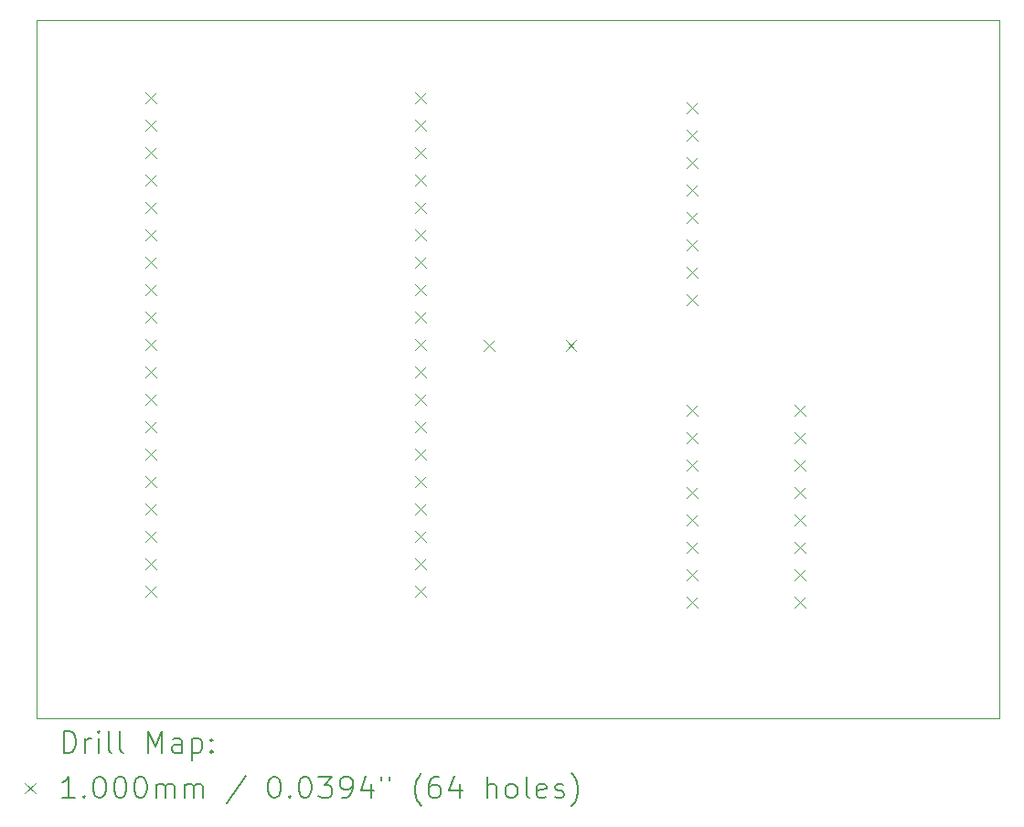
<source format=gbr>
%TF.GenerationSoftware,KiCad,Pcbnew,(6.0.7)*%
%TF.CreationDate,2022-12-05T15:03:54-06:00*%
%TF.ProjectId,oxPSB,6f785053-422e-46b6-9963-61645f706362,rev?*%
%TF.SameCoordinates,Original*%
%TF.FileFunction,Drillmap*%
%TF.FilePolarity,Positive*%
%FSLAX45Y45*%
G04 Gerber Fmt 4.5, Leading zero omitted, Abs format (unit mm)*
G04 Created by KiCad (PCBNEW (6.0.7)) date 2022-12-05 15:03:54*
%MOMM*%
%LPD*%
G01*
G04 APERTURE LIST*
%ADD10C,0.100000*%
%ADD11C,0.200000*%
G04 APERTURE END LIST*
D10*
X3040380Y-4381500D02*
X11958320Y-4381500D01*
X11958320Y-4381500D02*
X11958320Y-10850880D01*
X11958320Y-10850880D02*
X3040380Y-10850880D01*
X3040380Y-10850880D02*
X3040380Y-4381500D01*
D11*
D10*
X4050000Y-5050000D02*
X4150000Y-5150000D01*
X4150000Y-5050000D02*
X4050000Y-5150000D01*
X4050000Y-5304000D02*
X4150000Y-5404000D01*
X4150000Y-5304000D02*
X4050000Y-5404000D01*
X4050000Y-5558000D02*
X4150000Y-5658000D01*
X4150000Y-5558000D02*
X4050000Y-5658000D01*
X4050000Y-5812000D02*
X4150000Y-5912000D01*
X4150000Y-5812000D02*
X4050000Y-5912000D01*
X4050000Y-6066000D02*
X4150000Y-6166000D01*
X4150000Y-6066000D02*
X4050000Y-6166000D01*
X4050000Y-6320000D02*
X4150000Y-6420000D01*
X4150000Y-6320000D02*
X4050000Y-6420000D01*
X4050000Y-6574000D02*
X4150000Y-6674000D01*
X4150000Y-6574000D02*
X4050000Y-6674000D01*
X4050000Y-6828000D02*
X4150000Y-6928000D01*
X4150000Y-6828000D02*
X4050000Y-6928000D01*
X4050000Y-7082000D02*
X4150000Y-7182000D01*
X4150000Y-7082000D02*
X4050000Y-7182000D01*
X4050000Y-7336000D02*
X4150000Y-7436000D01*
X4150000Y-7336000D02*
X4050000Y-7436000D01*
X4050000Y-7590000D02*
X4150000Y-7690000D01*
X4150000Y-7590000D02*
X4050000Y-7690000D01*
X4050000Y-7844000D02*
X4150000Y-7944000D01*
X4150000Y-7844000D02*
X4050000Y-7944000D01*
X4050000Y-8098000D02*
X4150000Y-8198000D01*
X4150000Y-8098000D02*
X4050000Y-8198000D01*
X4050000Y-8352000D02*
X4150000Y-8452000D01*
X4150000Y-8352000D02*
X4050000Y-8452000D01*
X4050000Y-8606000D02*
X4150000Y-8706000D01*
X4150000Y-8606000D02*
X4050000Y-8706000D01*
X4050000Y-8860000D02*
X4150000Y-8960000D01*
X4150000Y-8860000D02*
X4050000Y-8960000D01*
X4050000Y-9114000D02*
X4150000Y-9214000D01*
X4150000Y-9114000D02*
X4050000Y-9214000D01*
X4050000Y-9368000D02*
X4150000Y-9468000D01*
X4150000Y-9368000D02*
X4050000Y-9468000D01*
X4050000Y-9622000D02*
X4150000Y-9722000D01*
X4150000Y-9622000D02*
X4050000Y-9722000D01*
X6550000Y-5050000D02*
X6650000Y-5150000D01*
X6650000Y-5050000D02*
X6550000Y-5150000D01*
X6550000Y-5304000D02*
X6650000Y-5404000D01*
X6650000Y-5304000D02*
X6550000Y-5404000D01*
X6550000Y-5558000D02*
X6650000Y-5658000D01*
X6650000Y-5558000D02*
X6550000Y-5658000D01*
X6550000Y-5812000D02*
X6650000Y-5912000D01*
X6650000Y-5812000D02*
X6550000Y-5912000D01*
X6550000Y-6066000D02*
X6650000Y-6166000D01*
X6650000Y-6066000D02*
X6550000Y-6166000D01*
X6550000Y-6320000D02*
X6650000Y-6420000D01*
X6650000Y-6320000D02*
X6550000Y-6420000D01*
X6550000Y-6574000D02*
X6650000Y-6674000D01*
X6650000Y-6574000D02*
X6550000Y-6674000D01*
X6550000Y-6828000D02*
X6650000Y-6928000D01*
X6650000Y-6828000D02*
X6550000Y-6928000D01*
X6550000Y-7082000D02*
X6650000Y-7182000D01*
X6650000Y-7082000D02*
X6550000Y-7182000D01*
X6550000Y-7336000D02*
X6650000Y-7436000D01*
X6650000Y-7336000D02*
X6550000Y-7436000D01*
X6550000Y-7590000D02*
X6650000Y-7690000D01*
X6650000Y-7590000D02*
X6550000Y-7690000D01*
X6550000Y-7844000D02*
X6650000Y-7944000D01*
X6650000Y-7844000D02*
X6550000Y-7944000D01*
X6550000Y-8098000D02*
X6650000Y-8198000D01*
X6650000Y-8098000D02*
X6550000Y-8198000D01*
X6550000Y-8352000D02*
X6650000Y-8452000D01*
X6650000Y-8352000D02*
X6550000Y-8452000D01*
X6550000Y-8606000D02*
X6650000Y-8706000D01*
X6650000Y-8606000D02*
X6550000Y-8706000D01*
X6550000Y-8860000D02*
X6650000Y-8960000D01*
X6650000Y-8860000D02*
X6550000Y-8960000D01*
X6550000Y-9114000D02*
X6650000Y-9214000D01*
X6650000Y-9114000D02*
X6550000Y-9214000D01*
X6550000Y-9368000D02*
X6650000Y-9468000D01*
X6650000Y-9368000D02*
X6550000Y-9468000D01*
X6550000Y-9622000D02*
X6650000Y-9722000D01*
X6650000Y-9622000D02*
X6550000Y-9722000D01*
X7182380Y-7346480D02*
X7282380Y-7446480D01*
X7282380Y-7346480D02*
X7182380Y-7446480D01*
X7942380Y-7346480D02*
X8042380Y-7446480D01*
X8042380Y-7346480D02*
X7942380Y-7446480D01*
X9060980Y-5141760D02*
X9160980Y-5241760D01*
X9160980Y-5141760D02*
X9060980Y-5241760D01*
X9060980Y-5395760D02*
X9160980Y-5495760D01*
X9160980Y-5395760D02*
X9060980Y-5495760D01*
X9060980Y-5649760D02*
X9160980Y-5749760D01*
X9160980Y-5649760D02*
X9060980Y-5749760D01*
X9060980Y-5903760D02*
X9160980Y-6003760D01*
X9160980Y-5903760D02*
X9060980Y-6003760D01*
X9060980Y-6157760D02*
X9160980Y-6257760D01*
X9160980Y-6157760D02*
X9060980Y-6257760D01*
X9060980Y-6411760D02*
X9160980Y-6511760D01*
X9160980Y-6411760D02*
X9060980Y-6511760D01*
X9060980Y-6665760D02*
X9160980Y-6765760D01*
X9160980Y-6665760D02*
X9060980Y-6765760D01*
X9060980Y-6919760D02*
X9160980Y-7019760D01*
X9160980Y-6919760D02*
X9060980Y-7019760D01*
X9060980Y-7941760D02*
X9160980Y-8041760D01*
X9160980Y-7941760D02*
X9060980Y-8041760D01*
X9060980Y-8195760D02*
X9160980Y-8295760D01*
X9160980Y-8195760D02*
X9060980Y-8295760D01*
X9060980Y-8449760D02*
X9160980Y-8549760D01*
X9160980Y-8449760D02*
X9060980Y-8549760D01*
X9060980Y-8703760D02*
X9160980Y-8803760D01*
X9160980Y-8703760D02*
X9060980Y-8803760D01*
X9060980Y-8957760D02*
X9160980Y-9057760D01*
X9160980Y-8957760D02*
X9060980Y-9057760D01*
X9060980Y-9211760D02*
X9160980Y-9311760D01*
X9160980Y-9211760D02*
X9060980Y-9311760D01*
X9060980Y-9465760D02*
X9160980Y-9565760D01*
X9160980Y-9465760D02*
X9060980Y-9565760D01*
X9060980Y-9719760D02*
X9160980Y-9819760D01*
X9160980Y-9719760D02*
X9060980Y-9819760D01*
X10060980Y-7941760D02*
X10160980Y-8041760D01*
X10160980Y-7941760D02*
X10060980Y-8041760D01*
X10060980Y-8195760D02*
X10160980Y-8295760D01*
X10160980Y-8195760D02*
X10060980Y-8295760D01*
X10060980Y-8449760D02*
X10160980Y-8549760D01*
X10160980Y-8449760D02*
X10060980Y-8549760D01*
X10060980Y-8703760D02*
X10160980Y-8803760D01*
X10160980Y-8703760D02*
X10060980Y-8803760D01*
X10060980Y-8957760D02*
X10160980Y-9057760D01*
X10160980Y-8957760D02*
X10060980Y-9057760D01*
X10060980Y-9211760D02*
X10160980Y-9311760D01*
X10160980Y-9211760D02*
X10060980Y-9311760D01*
X10060980Y-9465760D02*
X10160980Y-9565760D01*
X10160980Y-9465760D02*
X10060980Y-9565760D01*
X10060980Y-9719760D02*
X10160980Y-9819760D01*
X10160980Y-9719760D02*
X10060980Y-9819760D01*
D11*
X3292999Y-11166356D02*
X3292999Y-10966356D01*
X3340618Y-10966356D01*
X3369189Y-10975880D01*
X3388237Y-10994928D01*
X3397761Y-11013975D01*
X3407285Y-11052070D01*
X3407285Y-11080642D01*
X3397761Y-11118737D01*
X3388237Y-11137785D01*
X3369189Y-11156832D01*
X3340618Y-11166356D01*
X3292999Y-11166356D01*
X3492999Y-11166356D02*
X3492999Y-11033023D01*
X3492999Y-11071118D02*
X3502523Y-11052070D01*
X3512047Y-11042547D01*
X3531094Y-11033023D01*
X3550142Y-11033023D01*
X3616808Y-11166356D02*
X3616808Y-11033023D01*
X3616808Y-10966356D02*
X3607285Y-10975880D01*
X3616808Y-10985404D01*
X3626332Y-10975880D01*
X3616808Y-10966356D01*
X3616808Y-10985404D01*
X3740618Y-11166356D02*
X3721570Y-11156832D01*
X3712047Y-11137785D01*
X3712047Y-10966356D01*
X3845380Y-11166356D02*
X3826332Y-11156832D01*
X3816808Y-11137785D01*
X3816808Y-10966356D01*
X4073951Y-11166356D02*
X4073951Y-10966356D01*
X4140618Y-11109213D01*
X4207285Y-10966356D01*
X4207285Y-11166356D01*
X4388237Y-11166356D02*
X4388237Y-11061594D01*
X4378713Y-11042547D01*
X4359666Y-11033023D01*
X4321570Y-11033023D01*
X4302523Y-11042547D01*
X4388237Y-11156832D02*
X4369190Y-11166356D01*
X4321570Y-11166356D01*
X4302523Y-11156832D01*
X4292999Y-11137785D01*
X4292999Y-11118737D01*
X4302523Y-11099690D01*
X4321570Y-11090166D01*
X4369190Y-11090166D01*
X4388237Y-11080642D01*
X4483475Y-11033023D02*
X4483475Y-11233023D01*
X4483475Y-11042547D02*
X4502523Y-11033023D01*
X4540618Y-11033023D01*
X4559666Y-11042547D01*
X4569190Y-11052070D01*
X4578713Y-11071118D01*
X4578713Y-11128261D01*
X4569190Y-11147309D01*
X4559666Y-11156832D01*
X4540618Y-11166356D01*
X4502523Y-11166356D01*
X4483475Y-11156832D01*
X4664428Y-11147309D02*
X4673951Y-11156832D01*
X4664428Y-11166356D01*
X4654904Y-11156832D01*
X4664428Y-11147309D01*
X4664428Y-11166356D01*
X4664428Y-11042547D02*
X4673951Y-11052070D01*
X4664428Y-11061594D01*
X4654904Y-11052070D01*
X4664428Y-11042547D01*
X4664428Y-11061594D01*
D10*
X2935380Y-11445880D02*
X3035380Y-11545880D01*
X3035380Y-11445880D02*
X2935380Y-11545880D01*
D11*
X3397761Y-11586356D02*
X3283475Y-11586356D01*
X3340618Y-11586356D02*
X3340618Y-11386356D01*
X3321570Y-11414928D01*
X3302523Y-11433975D01*
X3283475Y-11443499D01*
X3483475Y-11567308D02*
X3492999Y-11576832D01*
X3483475Y-11586356D01*
X3473951Y-11576832D01*
X3483475Y-11567308D01*
X3483475Y-11586356D01*
X3616808Y-11386356D02*
X3635856Y-11386356D01*
X3654904Y-11395880D01*
X3664428Y-11405404D01*
X3673951Y-11424451D01*
X3683475Y-11462547D01*
X3683475Y-11510166D01*
X3673951Y-11548261D01*
X3664428Y-11567308D01*
X3654904Y-11576832D01*
X3635856Y-11586356D01*
X3616808Y-11586356D01*
X3597761Y-11576832D01*
X3588237Y-11567308D01*
X3578713Y-11548261D01*
X3569189Y-11510166D01*
X3569189Y-11462547D01*
X3578713Y-11424451D01*
X3588237Y-11405404D01*
X3597761Y-11395880D01*
X3616808Y-11386356D01*
X3807285Y-11386356D02*
X3826332Y-11386356D01*
X3845380Y-11395880D01*
X3854904Y-11405404D01*
X3864428Y-11424451D01*
X3873951Y-11462547D01*
X3873951Y-11510166D01*
X3864428Y-11548261D01*
X3854904Y-11567308D01*
X3845380Y-11576832D01*
X3826332Y-11586356D01*
X3807285Y-11586356D01*
X3788237Y-11576832D01*
X3778713Y-11567308D01*
X3769189Y-11548261D01*
X3759666Y-11510166D01*
X3759666Y-11462547D01*
X3769189Y-11424451D01*
X3778713Y-11405404D01*
X3788237Y-11395880D01*
X3807285Y-11386356D01*
X3997761Y-11386356D02*
X4016808Y-11386356D01*
X4035856Y-11395880D01*
X4045380Y-11405404D01*
X4054904Y-11424451D01*
X4064428Y-11462547D01*
X4064428Y-11510166D01*
X4054904Y-11548261D01*
X4045380Y-11567308D01*
X4035856Y-11576832D01*
X4016808Y-11586356D01*
X3997761Y-11586356D01*
X3978713Y-11576832D01*
X3969189Y-11567308D01*
X3959666Y-11548261D01*
X3950142Y-11510166D01*
X3950142Y-11462547D01*
X3959666Y-11424451D01*
X3969189Y-11405404D01*
X3978713Y-11395880D01*
X3997761Y-11386356D01*
X4150142Y-11586356D02*
X4150142Y-11453023D01*
X4150142Y-11472070D02*
X4159666Y-11462547D01*
X4178713Y-11453023D01*
X4207285Y-11453023D01*
X4226332Y-11462547D01*
X4235856Y-11481594D01*
X4235856Y-11586356D01*
X4235856Y-11481594D02*
X4245380Y-11462547D01*
X4264428Y-11453023D01*
X4292999Y-11453023D01*
X4312047Y-11462547D01*
X4321570Y-11481594D01*
X4321570Y-11586356D01*
X4416809Y-11586356D02*
X4416809Y-11453023D01*
X4416809Y-11472070D02*
X4426332Y-11462547D01*
X4445380Y-11453023D01*
X4473951Y-11453023D01*
X4492999Y-11462547D01*
X4502523Y-11481594D01*
X4502523Y-11586356D01*
X4502523Y-11481594D02*
X4512047Y-11462547D01*
X4531094Y-11453023D01*
X4559666Y-11453023D01*
X4578713Y-11462547D01*
X4588237Y-11481594D01*
X4588237Y-11586356D01*
X4978713Y-11376832D02*
X4807285Y-11633975D01*
X5235856Y-11386356D02*
X5254904Y-11386356D01*
X5273951Y-11395880D01*
X5283475Y-11405404D01*
X5292999Y-11424451D01*
X5302523Y-11462547D01*
X5302523Y-11510166D01*
X5292999Y-11548261D01*
X5283475Y-11567308D01*
X5273951Y-11576832D01*
X5254904Y-11586356D01*
X5235856Y-11586356D01*
X5216809Y-11576832D01*
X5207285Y-11567308D01*
X5197761Y-11548261D01*
X5188237Y-11510166D01*
X5188237Y-11462547D01*
X5197761Y-11424451D01*
X5207285Y-11405404D01*
X5216809Y-11395880D01*
X5235856Y-11386356D01*
X5388237Y-11567308D02*
X5397761Y-11576832D01*
X5388237Y-11586356D01*
X5378713Y-11576832D01*
X5388237Y-11567308D01*
X5388237Y-11586356D01*
X5521570Y-11386356D02*
X5540618Y-11386356D01*
X5559666Y-11395880D01*
X5569190Y-11405404D01*
X5578713Y-11424451D01*
X5588237Y-11462547D01*
X5588237Y-11510166D01*
X5578713Y-11548261D01*
X5569190Y-11567308D01*
X5559666Y-11576832D01*
X5540618Y-11586356D01*
X5521570Y-11586356D01*
X5502523Y-11576832D01*
X5492999Y-11567308D01*
X5483475Y-11548261D01*
X5473951Y-11510166D01*
X5473951Y-11462547D01*
X5483475Y-11424451D01*
X5492999Y-11405404D01*
X5502523Y-11395880D01*
X5521570Y-11386356D01*
X5654904Y-11386356D02*
X5778713Y-11386356D01*
X5712047Y-11462547D01*
X5740618Y-11462547D01*
X5759666Y-11472070D01*
X5769189Y-11481594D01*
X5778713Y-11500642D01*
X5778713Y-11548261D01*
X5769189Y-11567308D01*
X5759666Y-11576832D01*
X5740618Y-11586356D01*
X5683475Y-11586356D01*
X5664428Y-11576832D01*
X5654904Y-11567308D01*
X5873951Y-11586356D02*
X5912047Y-11586356D01*
X5931094Y-11576832D01*
X5940618Y-11567308D01*
X5959666Y-11538737D01*
X5969189Y-11500642D01*
X5969189Y-11424451D01*
X5959666Y-11405404D01*
X5950142Y-11395880D01*
X5931094Y-11386356D01*
X5892999Y-11386356D01*
X5873951Y-11395880D01*
X5864428Y-11405404D01*
X5854904Y-11424451D01*
X5854904Y-11472070D01*
X5864428Y-11491118D01*
X5873951Y-11500642D01*
X5892999Y-11510166D01*
X5931094Y-11510166D01*
X5950142Y-11500642D01*
X5959666Y-11491118D01*
X5969189Y-11472070D01*
X6140618Y-11453023D02*
X6140618Y-11586356D01*
X6092999Y-11376832D02*
X6045380Y-11519689D01*
X6169189Y-11519689D01*
X6235856Y-11386356D02*
X6235856Y-11424451D01*
X6312047Y-11386356D02*
X6312047Y-11424451D01*
X6607285Y-11662547D02*
X6597761Y-11653023D01*
X6578713Y-11624451D01*
X6569189Y-11605404D01*
X6559666Y-11576832D01*
X6550142Y-11529213D01*
X6550142Y-11491118D01*
X6559666Y-11443499D01*
X6569189Y-11414928D01*
X6578713Y-11395880D01*
X6597761Y-11367308D01*
X6607285Y-11357785D01*
X6769189Y-11386356D02*
X6731094Y-11386356D01*
X6712047Y-11395880D01*
X6702523Y-11405404D01*
X6683475Y-11433975D01*
X6673951Y-11472070D01*
X6673951Y-11548261D01*
X6683475Y-11567308D01*
X6692999Y-11576832D01*
X6712047Y-11586356D01*
X6750142Y-11586356D01*
X6769189Y-11576832D01*
X6778713Y-11567308D01*
X6788237Y-11548261D01*
X6788237Y-11500642D01*
X6778713Y-11481594D01*
X6769189Y-11472070D01*
X6750142Y-11462547D01*
X6712047Y-11462547D01*
X6692999Y-11472070D01*
X6683475Y-11481594D01*
X6673951Y-11500642D01*
X6959666Y-11453023D02*
X6959666Y-11586356D01*
X6912047Y-11376832D02*
X6864428Y-11519689D01*
X6988237Y-11519689D01*
X7216808Y-11586356D02*
X7216808Y-11386356D01*
X7302523Y-11586356D02*
X7302523Y-11481594D01*
X7292999Y-11462547D01*
X7273951Y-11453023D01*
X7245380Y-11453023D01*
X7226332Y-11462547D01*
X7216808Y-11472070D01*
X7426332Y-11586356D02*
X7407285Y-11576832D01*
X7397761Y-11567308D01*
X7388237Y-11548261D01*
X7388237Y-11491118D01*
X7397761Y-11472070D01*
X7407285Y-11462547D01*
X7426332Y-11453023D01*
X7454904Y-11453023D01*
X7473951Y-11462547D01*
X7483475Y-11472070D01*
X7492999Y-11491118D01*
X7492999Y-11548261D01*
X7483475Y-11567308D01*
X7473951Y-11576832D01*
X7454904Y-11586356D01*
X7426332Y-11586356D01*
X7607285Y-11586356D02*
X7588237Y-11576832D01*
X7578713Y-11557785D01*
X7578713Y-11386356D01*
X7759666Y-11576832D02*
X7740618Y-11586356D01*
X7702523Y-11586356D01*
X7683475Y-11576832D01*
X7673951Y-11557785D01*
X7673951Y-11481594D01*
X7683475Y-11462547D01*
X7702523Y-11453023D01*
X7740618Y-11453023D01*
X7759666Y-11462547D01*
X7769189Y-11481594D01*
X7769189Y-11500642D01*
X7673951Y-11519689D01*
X7845380Y-11576832D02*
X7864428Y-11586356D01*
X7902523Y-11586356D01*
X7921570Y-11576832D01*
X7931094Y-11557785D01*
X7931094Y-11548261D01*
X7921570Y-11529213D01*
X7902523Y-11519689D01*
X7873951Y-11519689D01*
X7854904Y-11510166D01*
X7845380Y-11491118D01*
X7845380Y-11481594D01*
X7854904Y-11462547D01*
X7873951Y-11453023D01*
X7902523Y-11453023D01*
X7921570Y-11462547D01*
X7997761Y-11662547D02*
X8007285Y-11653023D01*
X8026332Y-11624451D01*
X8035856Y-11605404D01*
X8045380Y-11576832D01*
X8054904Y-11529213D01*
X8054904Y-11491118D01*
X8045380Y-11443499D01*
X8035856Y-11414928D01*
X8026332Y-11395880D01*
X8007285Y-11367308D01*
X7997761Y-11357785D01*
M02*

</source>
